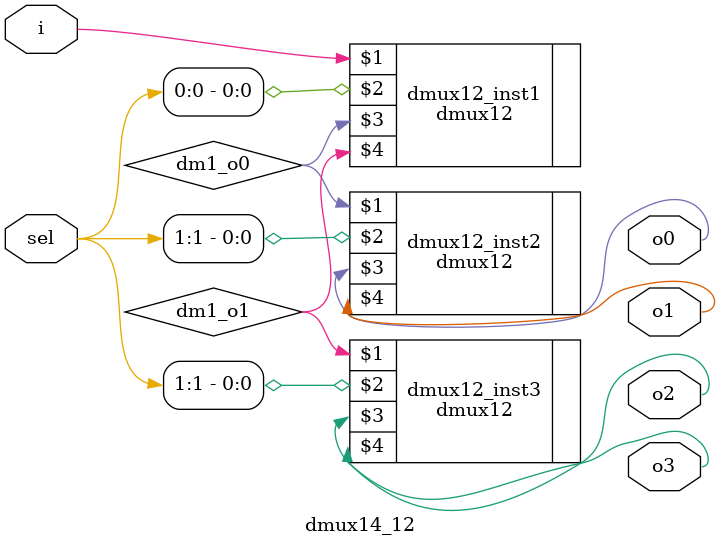
<source format=v>
module dmux14_12(i,sel,o0,o1,o2,o3);
input i;
input [1:0]sel;
output o0,o1,o2,o3;

wire dm1_o0,dm1_o1;

dmux12 dmux12_inst1(i,sel[0],dm1_o0,dm1_o1);
dmux12 dmux12_inst2(dm1_o0,sel[1],o0,o1);
dmux12 dmux12_inst3(dm1_o1,sel[1],o2,o3);

endmodule
</source>
